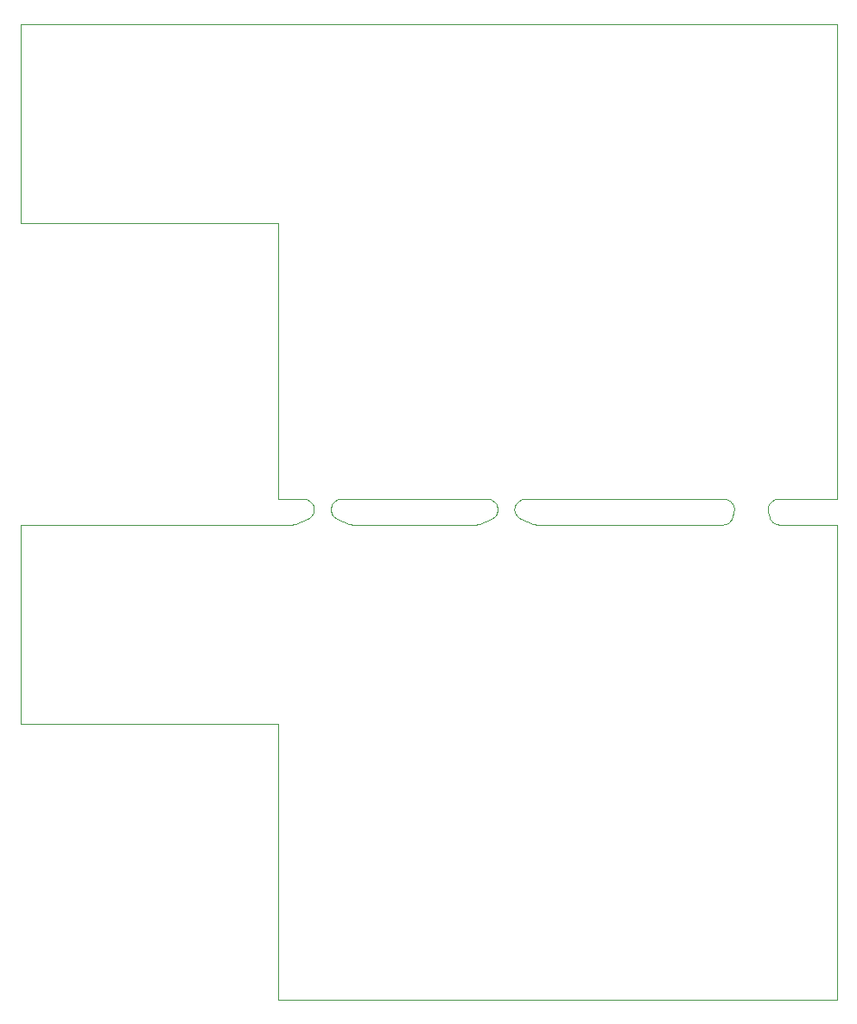
<source format=gko>
%MOIN*%
%OFA0B0*%
%FSLAX36Y36*%
%IPPOS*%
%LPD*%
%ADD10C,0*%
D10*
X002729908Y001944354D02*
X002729908Y001944354D01*
X002733479Y001944191D01*
X002737020Y001943706D01*
X002740503Y001942901D01*
X002743899Y001941784D01*
X002747179Y001940363D01*
X002750317Y001938651D01*
X002753286Y001936661D01*
X002756063Y001934410D01*
X002758624Y001931916D01*
X002760949Y001929200D01*
X002763017Y001926285D01*
X002764813Y001923194D01*
X002766321Y001919953D01*
X002767529Y001916589D01*
X002768426Y001913129D01*
X002769006Y001909601D01*
X002769264Y001906036D01*
X002769197Y001902462D01*
X002768806Y001898909D01*
X002768095Y001895405D01*
X002763158Y001875721D01*
X002762440Y001873213D01*
X002761557Y001870759D01*
X002760515Y001868369D01*
X002759316Y001866053D01*
X002757966Y001863821D01*
X002756472Y001861684D01*
X002754840Y001859650D01*
X002753076Y001857729D01*
X002751189Y001855929D01*
X002749187Y001854258D01*
X002747079Y001852723D01*
X002744874Y001851330D01*
X002742581Y001850087D01*
X002740212Y001848998D01*
X002737775Y001848069D01*
X002735282Y001847303D01*
X002732744Y001846704D01*
X002730172Y001846274D01*
X002727577Y001846015D01*
X002724970Y001845929D01*
X002007789Y001845929D01*
X002007000Y001845937D01*
X002006212Y001845960D01*
X002005424Y001846000D01*
X002004637Y001846055D01*
X002003851Y001846126D01*
X002003067Y001846213D01*
X002002285Y001846315D01*
X002001505Y001846433D01*
X002000728Y001846567D01*
X001999953Y001846716D01*
X001999181Y001846881D01*
X001998413Y001847061D01*
X001997649Y001847257D01*
X001996889Y001847468D01*
X001996133Y001847694D01*
X001995382Y001847935D01*
X001994636Y001848191D01*
X001993895Y001848462D01*
X001993160Y001848748D01*
X001992430Y001849048D01*
X001945969Y001868733D01*
X001941161Y001871171D01*
X001936730Y001874243D01*
X001932761Y001877892D01*
X001929328Y001882048D01*
X001926495Y001886635D01*
X001924315Y001891565D01*
X001922829Y001896748D01*
X001922064Y001902084D01*
X001922036Y001907475D01*
X001922745Y001912820D01*
X001924178Y001918017D01*
X001926306Y001922970D01*
X001929092Y001927586D01*
X001932482Y001931778D01*
X001936413Y001935467D01*
X001940811Y001938585D01*
X001945594Y001941073D01*
X001950671Y001942884D01*
X001955949Y001943985D01*
X001961328Y001944354D01*
X002729908Y001944354D01*
X001299128Y001845929D02*
X001299128Y001845929D01*
X001298339Y001845937D01*
X001297550Y001845960D01*
X001296762Y001846000D01*
X001295976Y001846055D01*
X001295190Y001846126D01*
X001294406Y001846213D01*
X001293624Y001846315D01*
X001292844Y001846433D01*
X001292066Y001846567D01*
X001291292Y001846716D01*
X001290520Y001846881D01*
X001289752Y001847061D01*
X001288988Y001847257D01*
X001288228Y001847468D01*
X001287472Y001847694D01*
X001286721Y001847935D01*
X001285975Y001848191D01*
X001285234Y001848462D01*
X001284498Y001848748D01*
X001283769Y001849048D01*
X001237307Y001868733D01*
X001232499Y001871171D01*
X001228069Y001874243D01*
X001224100Y001877892D01*
X001220667Y001882048D01*
X001217833Y001886635D01*
X001215653Y001891565D01*
X001214167Y001896748D01*
X001213403Y001902084D01*
X001213375Y001907475D01*
X001214084Y001912820D01*
X001215516Y001918017D01*
X001217645Y001922970D01*
X001220431Y001927586D01*
X001223821Y001931778D01*
X001227751Y001935467D01*
X001232149Y001938585D01*
X001236932Y001941073D01*
X001242010Y001942884D01*
X001247288Y001943985D01*
X001252666Y001944354D01*
X001818199Y001944354D01*
X001823577Y001943985D01*
X001828855Y001942884D01*
X001833933Y001941073D01*
X001838716Y001938585D01*
X001843114Y001935467D01*
X001847045Y001931778D01*
X001850435Y001927586D01*
X001853220Y001922970D01*
X001855349Y001918017D01*
X001856781Y001912820D01*
X001857490Y001907475D01*
X001857462Y001902084D01*
X001856698Y001896748D01*
X001855212Y001891565D01*
X001853032Y001886635D01*
X001850198Y001882048D01*
X001846765Y001877892D01*
X001842796Y001874243D01*
X001838366Y001871171D01*
X001833558Y001868733D01*
X001787096Y001849048D01*
X001786367Y001848748D01*
X001785632Y001848462D01*
X001784891Y001848191D01*
X001784144Y001847935D01*
X001783393Y001847694D01*
X001782638Y001847468D01*
X001781877Y001847257D01*
X001781113Y001847061D01*
X001780345Y001846881D01*
X001779574Y001846716D01*
X001778799Y001846567D01*
X001778022Y001846433D01*
X001777242Y001846315D01*
X001776459Y001846213D01*
X001775675Y001846126D01*
X001774890Y001846055D01*
X001774103Y001846000D01*
X001773315Y001845960D01*
X001772526Y001845937D01*
X001771737Y001845929D01*
X001299128Y001845929D01*
X001109538Y001944354D02*
X001109538Y001944354D01*
X001114916Y001943985D01*
X001120194Y001942884D01*
X001125271Y001941073D01*
X001130054Y001938585D01*
X001134452Y001935467D01*
X001138383Y001931778D01*
X001141773Y001927586D01*
X001144559Y001922970D01*
X001146688Y001918017D01*
X001148120Y001912820D01*
X001148829Y001907475D01*
X001148801Y001902084D01*
X001148037Y001896748D01*
X001146550Y001891565D01*
X001144370Y001886635D01*
X001141537Y001882048D01*
X001138104Y001877892D01*
X001134135Y001874243D01*
X001129705Y001871171D01*
X001124896Y001868733D01*
X001078435Y001849048D01*
X001077705Y001848748D01*
X001076970Y001848462D01*
X001076229Y001848191D01*
X001075483Y001847935D01*
X001074732Y001847694D01*
X001073976Y001847468D01*
X001073216Y001847257D01*
X001072452Y001847061D01*
X001071684Y001846881D01*
X001070912Y001846716D01*
X001070138Y001846567D01*
X001069360Y001846433D01*
X001068580Y001846315D01*
X001067798Y001846213D01*
X001067014Y001846126D01*
X001066228Y001846055D01*
X001065441Y001846000D01*
X001064653Y001845960D01*
X001063865Y001845937D01*
X001063076Y001845929D01*
X000015944Y001845929D01*
X000015944Y001078212D01*
X001010944Y001078212D01*
X001010944Y000015220D01*
X003165551Y000015220D01*
X003165551Y001845929D01*
X002944320Y001845929D01*
X002941713Y001846015D01*
X002939118Y001846274D01*
X002936546Y001846704D01*
X002934008Y001847303D01*
X002931515Y001848069D01*
X002929079Y001848998D01*
X002926709Y001850087D01*
X002924416Y001851330D01*
X002922211Y001852723D01*
X002920103Y001854258D01*
X002918101Y001855929D01*
X002916214Y001857729D01*
X002914451Y001859650D01*
X002912818Y001861684D01*
X002911324Y001863821D01*
X002909975Y001866053D01*
X002908776Y001868369D01*
X002907733Y001870759D01*
X002906851Y001873213D01*
X002906133Y001875721D01*
X002901195Y001895405D01*
X002900484Y001898909D01*
X002900093Y001902462D01*
X002900027Y001906036D01*
X002900284Y001909601D01*
X002900864Y001913129D01*
X002901762Y001916589D01*
X002902969Y001919953D01*
X002904477Y001923194D01*
X002906273Y001926285D01*
X002908341Y001929200D01*
X002910666Y001931916D01*
X002913227Y001934410D01*
X002916004Y001936661D01*
X002918974Y001938651D01*
X002922111Y001940363D01*
X002925392Y001941784D01*
X002928787Y001942901D01*
X002932270Y001943706D01*
X002935812Y001944191D01*
X002939383Y001944354D01*
X003165551Y001944354D01*
X003165551Y003775063D01*
X000015944Y003775063D01*
X000015944Y003007346D01*
X001010944Y003007346D01*
X001010944Y001944354D01*
X001109538Y001944354D01*
M02*
</source>
